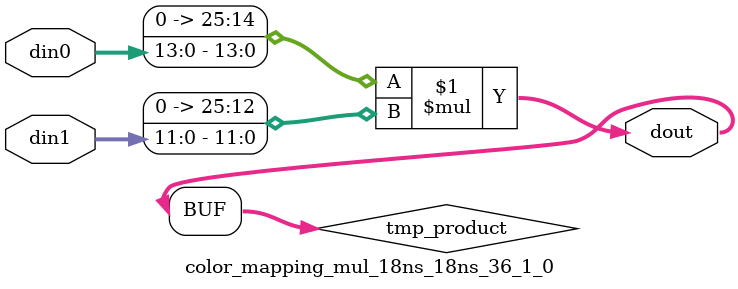
<source format=v>

`timescale 1 ns / 1 ps

 module color_mapping_mul_18ns_18ns_36_1_0(din0, din1, dout);
parameter ID = 1;
parameter NUM_STAGE = 0;
parameter din0_WIDTH = 14;
parameter din1_WIDTH = 12;
parameter dout_WIDTH = 26;

input [din0_WIDTH - 1 : 0] din0; 
input [din1_WIDTH - 1 : 0] din1; 
output [dout_WIDTH - 1 : 0] dout;

wire signed [dout_WIDTH - 1 : 0] tmp_product;
























assign tmp_product = $signed({1'b0, din0}) * $signed({1'b0, din1});











assign dout = tmp_product;





















endmodule

</source>
